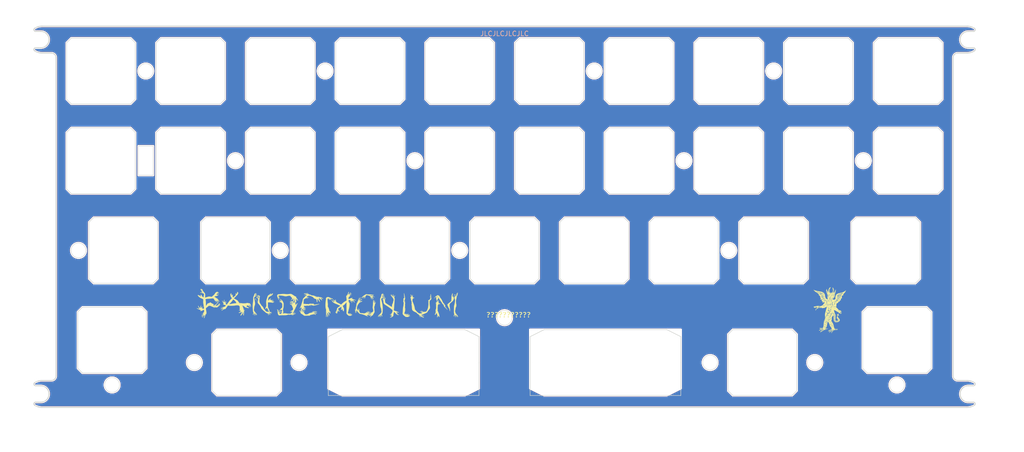
<source format=kicad_pcb>
(kicad_pcb (version 20221018) (generator pcbnew)
  (layers (0 "F.Cu" signal) (31 "B.Cu" signal) (34 "B.Paste" user) (35 "F.Paste" user) (36 "B.SilkS" user "B.Silkscreen") (37 "F.SilkS" user "F.Silkscreen") (38 "B.Mask" user) (39 "F.Mask" user) (44 "Edge.Cuts" user))
  (net 0 "")
  (net 1 "GND")
  (footprint "cipulot_parts:ecs_plate_cut_1U" (layer "F.Cu") (at 41.275 33.3375)
    (fp_text reference "REF**")
    (fp_text value "Value " hide)
    (fp_line (start -7.3 -6) (end -7.3 6) (stroke (width 0.12)) (layer "Edge.Cuts"))
    (fp_line (start -7.3 6) (end -6.3 7) (stroke (width 0.12)) (layer "Edge.Cuts"))
    (fp_line (start -6.3 -7) (end -7.3 -6) (stroke (width 0.12)) (layer "Edge.Cuts"))
    (fp_line (start -6.3 7) (end 6.3 7) (stroke (width 0.12)) (layer "Edge.Cuts"))
    (fp_line (start 6.3 -7) (end -6.3 -7) (stroke (width 0.12)) (layer "Edge.Cuts"))
    (fp_line (start 6.3 -7) (end 7.3 -6) (stroke (width 0.12)) (layer "Edge.Cuts"))
    (fp_line (start 6.3 7) (end 7.3 6) (stroke (width 0.12)) (layer "Edge.Cuts"))
    (fp_line (start 7.3 6) (end 7.3 -6) (stroke (width 0.12)) (layer "Edge.Cuts"))
  )
  (footprint "cipulot_parts:ecs_plate_cut_1U" (layer "F.Cu") (at 60.325 52.3875)
    (fp_text reference "REF**")
    (fp_text value "Value " hide)
    (fp_line (start -7.3 -6) (end -7.3 6) (stroke (width 0.12)) (layer "Edge.Cuts"))
    (fp_line (start -7.3 6) (end -6.3 7) (stroke (width 0.12)) (layer "Edge.Cuts"))
    (fp_line (start -6.3 -7) (end -7.3 -6) (stroke (width 0.12)) (layer "Edge.Cuts"))
    (fp_line (start -6.3 7) (end 6.3 7) (stroke (width 0.12)) (layer "Edge.Cuts"))
    (fp_line (start 6.3 -7) (end -6.3 -7) (stroke (width 0.12)) (layer "Edge.Cuts"))
    (fp_line (start 6.3 -7) (end 7.3 -6) (stroke (width 0.12)) (layer "Edge.Cuts"))
    (fp_line (start 6.3 7) (end 7.3 6) (stroke (width 0.12)) (layer "Edge.Cuts"))
    (fp_line (start 7.3 6) (end 7.3 -6) (stroke (width 0.12)) (layer "Edge.Cuts"))
  )
  (footprint "cipulot_parts:ecs_plate_cut_1U" (layer "F.Cu") (at 60.325 33.3375)
    (fp_text reference "REF**")
    (fp_text value "Value " hide)
    (fp_line (start -7.3 -6) (end -7.3 6) (stroke (width 0.12)) (layer "Edge.Cuts"))
    (fp_line (start -7.3 6) (end -6.3 7) (stroke (width 0.12)) (layer "Edge.Cuts"))
    (fp_line (start -6.3 -7) (end -7.3 -6) (stroke (width 0.12)) (layer "Edge.Cuts"))
    (fp_line (start -6.3 7) (end 6.3 7) (stroke (width 0.12)) (layer "Edge.Cuts"))
    (fp_line (start 6.3 -7) (end -6.3 -7) (stroke (width 0.12)) (layer "Edge.Cuts"))
    (fp_line (start 6.3 -7) (end 7.3 -6) (stroke (width 0.12)) (layer "Edge.Cuts"))
    (fp_line (start 6.3 7) (end 7.3 6) (stroke (width 0.12)) (layer "Edge.Cuts"))
    (fp_line (start 7.3 6) (end 7.3 -6) (stroke (width 0.12)) (layer "Edge.Cuts"))
  )
  (footprint "cipulot_parts:ecs_plate_cut_1U" (layer "F.Cu") (at 212.725 33.3375)
    (fp_text reference "REF**")
    (fp_text value "Value " hide)
    (fp_line (start -7.3 -6) (end -7.3 6) (stroke (width 0.12)) (layer "Edge.Cuts"))
    (fp_line (start -7.3 6) (end -6.3 7) (stroke (width 0.12)) (layer "Edge.Cuts"))
    (fp_line (start -6.3 -7) (end -7.3 -6) (stroke (width 0.12)) (layer "Edge.Cuts"))
    (fp_line (start -6.3 7) (end 6.3 7) (stroke (width 0.12)) (layer "Edge.Cuts"))
    (fp_line (start 6.3 -7) (end -6.3 -7) (stroke (width 0.12)) (layer "Edge.Cuts"))
    (fp_line (start 6.3 -7) (end 7.3 -6) (stroke (width 0.12)) (layer "Edge.Cuts"))
    (fp_line (start 6.3 7) (end 7.3 6) (stroke (width 0.12)) (layer "Edge.Cuts"))
    (fp_line (start 7.3 6) (end 7.3 -6) (stroke (width 0.12)) (layer "Edge.Cuts"))
  )
  (footprint "cipulot_parts:ecs_plate_cut_1U" (layer "F.Cu") (at 146.05 71.4375)
    (fp_text reference "REF**")
    (fp_text value "Value " hide)
    (fp_line (start -7.3 -6) (end -7.3 6) (stroke (width 0.12)) (layer "Edge.Cuts"))
    (fp_line (start -7.3 6) (end -6.3 7) (stroke (width 0.12)) (layer "Edge.Cuts"))
    (fp_line (start -6.3 -7) (end -7.3 -6) (stroke (width 0.12)) (layer "Edge.Cuts"))
    (fp_line (start -6.3 7) (end 6.3 7) (stroke (width 0.12)) (layer "Edge.Cuts"))
    (fp_line (start 6.3 -7) (end -6.3 -7) (stroke (width 0.12)) (layer "Edge.Cuts"))
    (fp_line (start 6.3 -7) (end 7.3 -6) (stroke (width 0.12)) (layer "Edge.Cuts"))
    (fp_line (start 6.3 7) (end 7.3 6) (stroke (width 0.12)) (layer "Edge.Cuts"))
    (fp_line (start 7.3 6) (end 7.3 -6) (stroke (width 0.12)) (layer "Edge.Cuts"))
  )
  (footprint "cipulot_parts:ecs_plate_cut_1U" (layer "F.Cu") (at 46.0375 71.4375)
    (fp_text reference "REF**")
    (fp_text value "Value " hide)
    (fp_line (start -7.3 -6) (end -7.3 6) (stroke (width 0.12)) (layer "Edge.Cuts"))
    (fp_line (start -7.3 6) (end -6.3 7) (stroke (width 0.12)) (layer "Edge.Cuts"))
    (fp_line (start -6.3 -7) (end -7.3 -6) (stroke (width 0.12)) (layer "Edge.Cuts"))
    (fp_line (start -6.3 7) (end 6.3 7) (stroke (width 0.12)) (layer "Edge.Cuts"))
    (fp_line (start 6.3 -7) (end -6.3 -7) (stroke (width 0.12)) (layer "Edge.Cuts"))
    (fp_line (start 6.3 -7) (end 7.3 -6) (stroke (width 0.12)) (layer "Edge.Cuts"))
    (fp_line (start 6.3 7) (end 7.3 6) (stroke (width 0.12)) (layer "Edge.Cuts"))
    (fp_line (start 7.3 6) (end 7.3 -6) (stroke (width 0.12)) (layer "Edge.Cuts"))
  )
  (footprint "LOGO" (layer "F.Cu") (at 196.05625 84.1375)
    (fp_text reference "G***" hide)
    (fp_text value "LOGO" hide)
  )
  (footprint "cipulot_parts:ecs_plate_cut_1U" (layer "F.Cu") (at 88.9 71.4375)
    (fp_text reference "REF**")
    (fp_text value "Value " hide)
    (fp_line (start -7.3 -6) (end -7.3 6) (stroke (width 0.12)) (layer "Edge.Cuts"))
    (fp_line (start -7.3 6) (end -6.3 7) (stroke (width 0.12)) (layer "Edge.Cuts"))
    (fp_line (start -6.3 -7) (end -7.3 -6) (stroke (width 0.12)) (layer "Edge.Cuts"))
    (fp_line (start -6.3 7) (end 6.3 7) (stroke (width 0.12)) (layer "Edge.Cuts"))
    (fp_line (start 6.3 -7) (end -6.3 -7) (stroke (width 0.12)) (layer "Edge.Cuts"))
    (fp_line (start 6.3 -7) (end 7.3 -6) (stroke (width 0.12)) (layer "Edge.Cuts"))
    (fp_line (start 6.3 7) (end 7.3 6) (stroke (width 0.12)) (layer "Edge.Cuts"))
    (fp_line (start 7.3 6) (end 7.3 -6) (stroke (width 0.12)) (layer "Edge.Cuts"))
  )
  (footprint "cipulot_parts:ecs_plate_cut_1U" (layer "F.Cu") (at 117.475 33.3375)
    (fp_text reference "REF**")
    (fp_text value "Value " hide)
    (fp_line (start -7.3 -6) (end -7.3 6) (stroke (width 0.12)) (layer "Edge.Cuts"))
    (fp_line (start -7.3 6) (end -6.3 7) (stroke (width 0.12)) (layer "Edge.Cuts"))
    (fp_line (start -6.3 -7) (end -7.3 -6) (stroke (width 0.12)) (layer "Edge.Cuts"))
    (fp_line (start -6.3 7) (end 6.3 7) (stroke (width 0.12)) (layer "Edge.Cuts"))
    (fp_line (start 6.3 -7) (end -6.3 -7) (stroke (width 0.12)) (layer "Edge.Cuts"))
    (fp_line (start 6.3 -7) (end 7.3 -6) (stroke (width 0.12)) (layer "Edge.Cuts"))
    (fp_line (start 6.3 7) (end 7.3 6) (stroke (width 0.12)) (layer "Edge.Cuts"))
    (fp_line (start 7.3 6) (end 7.3 -6) (stroke (width 0.12)) (layer "Edge.Cuts"))
  )
  (footprint "cipulot_parts:ecs_plate_cut_1U" (layer "F.Cu") (at 79.375 52.3875)
    (fp_text reference "REF**")
    (fp_text value "Value " hide)
    (fp_line (start -7.3 -6) (end -7.3 6) (stroke (width 0.12)) (layer "Edge.Cuts"))
    (fp_line (start -7.3 6) (end -6.3 7) (stroke (width 0.12)) (layer "Edge.Cuts"))
    (fp_line (start -6.3 -7) (end -7.3 -6) (stroke (width 0.12)) (layer "Edge.Cuts"))
    (fp_line (start -6.3 7) (end 6.3 7) (stroke (width 0.12)) (layer "Edge.Cuts"))
    (fp_line (start 6.3 -7) (end -6.3 -7) (stroke (width 0.12)) (layer "Edge.Cuts"))
    (fp_line (start 6.3 -7) (end 7.3 -6) (stroke (width 0.12)) (layer "Edge.Cuts"))
    (fp_line (start 6.3 7) (end 7.3 6) (stroke (width 0.12)) (layer "Edge.Cuts"))
    (fp_line (start 7.3 6) (end 7.3 -6) (stroke (width 0.12)) (layer "Edge.Cuts"))
  )
  (footprint "cipulot_parts:ecs_plate_cut_1U" (layer "F.Cu") (at 193.675 52.3875)
    (fp_text reference "REF**")
    (fp_text value "Value " hide)
    (fp_line (start -7.3 -6) (end -7.3 6) (stroke (width 0.12)) (layer "Edge.Cuts"))
    (fp_line (start -7.3 6) (end -6.3 7) (stroke (width 0.12)) (layer "Edge.Cuts"))
    (fp_line (start -6.3 -7) (end -7.3 -6) (stroke (width 0.12)) (layer "Edge.Cuts"))
    (fp_line (start -6.3 7) (end 6.3 7) (stroke (width 0.12)) (layer "Edge.Cuts"))
    (fp_line (start 6.3 -7) (end -6.3 -7) (stroke (width 0.12)) (layer "Edge.Cuts"))
    (fp_line (start 6.3 -7) (end 7.3 -6) (stroke (width 0.12)) (layer "Edge.Cuts"))
    (fp_line (start 6.3 7) (end 7.3 6) (stroke (width 0.12)) (layer "Edge.Cuts"))
    (fp_line (start 7.3 6) (end 7.3 -6) (stroke (width 0.12)) (layer "Edge.Cuts"))
  )
  (footprint "cipulot_parts:ecs_plate_cut_1U" (layer "F.Cu") (at 98.425 52.3875)
    (fp_text reference "REF**")
    (fp_text value "Value " hide)
    (fp_line (start -7.3 -6) (end -7.3 6) (stroke (width 0.12)) (layer "Edge.Cuts"))
    (fp_line (start -7.3 6) (end -6.3 7) (stroke (width 0.12)) (layer "Edge.Cuts"))
    (fp_line (start -6.3 -7) (end -7.3 -6) (stroke (width 0.12)) (layer "Edge.Cuts"))
    (fp_line (start -6.3 7) (end 6.3 7) (stroke (width 0.12)) (layer "Edge.Cuts"))
    (fp_line (start 6.3 -7) (end -6.3 -7) (stroke (width 0.12)) (layer "Edge.Cuts"))
    (fp_line (start 6.3 -7) (end 7.3 -6) (stroke (width 0.12)) (layer "Edge.Cuts"))
    (fp_line (start 6.3 7) (end 7.3 6) (stroke (width 0.12)) (layer "Edge.Cuts"))
    (fp_line (start 7.3 6) (end 7.3 -6) (stroke (width 0.12)) (layer "Edge.Cuts"))
  )
  (footprint "cipulot_parts:ecs_plate_cut_2U" (layer "F.Cu") (at 148.43125 95.25 180)
    (fp_text reference "REF**")
    (fp_text value "Value " hide)
    (fp_line (start -16 -7) (end 16 -7) (stroke (width 0.12)) (layer "Edge.Cuts"))
    (fp_line (start -16 0) (end -16 -7) (stroke (width 0.12)) (layer "Edge.Cuts"))
    (fp_line (start -16 0) (end -16 5.5) (stroke (width 0.12)) (layer "Edge.Cuts"))
    (fp_line (start -16 5.5) (end -13 7) (stroke (width 0.12)) (layer "Edge.Cuts"))
    (fp_line (start 13 7) (end -13 7) (stroke (width 0.12)) (layer "Edge.Cuts"))
    (fp_line (start 16 -7) (end 16 0) (stroke (width 0.12)) (layer "Edge.Cuts"))
    (fp_line (start 16 0) (end 16 5.5) (stroke (width 0.12)) (layer "Edge.Cuts"))
    (fp_line (start 16 5.5) (end 13 7) (stroke (width 0.12)) (layer "Edge.Cuts"))
  )
  (footprint "cipulot_parts:ecs_plate_cut_1U" (layer "F.Cu") (at 107.95 71.4375)
    (fp_text reference "REF**")
    (fp_text value "Value " hide)
    (fp_line (start -7.3 -6) (end -7.3 6) (stroke (width 0.12)) (layer "Edge.Cuts"))
    (fp_line (start -7.3 6) (end -6.3 7) (stroke (width 0.12)) (layer "Edge.Cuts"))
    (fp_line (start -6.3 -7) (end -7.3 -6) (stroke (width 0.12)) (layer "Edge.Cuts"))
    (fp_line (start -6.3 7) (end 6.3 7) (stroke (width 0.12)) (layer "Edge.Cuts"))
    (fp_line (start 6.3 -7) (end -6.3 -7) (stroke (width 0.12)) (layer "Edge.Cuts"))
    (fp_line (start 6.3 -7) (end 7.3 -6) (stroke (width 0.12)) (layer "Edge.Cuts"))
    (fp_line (start 6.3 7) (end 7.3 6) (stroke (width 0.12)) (layer "Edge.Cuts"))
    (fp_line (start 7.3 6) (end 7.3 -6) (stroke (width 0.12)) (layer "Edge.Cuts"))
  )
  (footprint "LOGO" (layer "F.Cu") (at 88.9 82.55)
    (fp_text reference "G***" hide)
    (fp_text value "LOGO" hide)
  )
  (footprint "cipulot_parts:ecs_plate_cut_1U" (layer "F.Cu") (at 72.23125 95.25)
    (fp_text reference "REF**")
    (fp_text value "Value " hide)
    (fp_line (start -7.3 -6) (end -7.3 6) (stroke (width 0.12)) (layer "Edge.Cuts"))
    (fp_line (start -7.3 6) (end -6.3 7) (stroke (width 0.12)) (layer "Edge.Cuts"))
    (fp_line (start -6.3 -7) (end -7.3 -6) (stroke (width 0.12)) (layer "Edge.Cuts"))
    (fp_line (start -6.3 7) (end 6.3 7) (stroke (width 0.12)) (layer "Edge.Cuts"))
    (fp_line (start 6.3 -7) (end -6.3 -7) (stroke (width 0.12)) (layer "Edge.Cuts"))
    (fp_line (start 6.3 -7) (end 7.3 -6) (stroke (width 0.12)) (layer "Edge.Cuts"))
    (fp_line (start 6.3 7) (end 7.3 6) (stroke (width 0.12)) (layer "Edge.Cuts"))
    (fp_line (start 7.3 6) (end 7.3 -6) (stroke (width 0.12)) (layer "Edge.Cuts"))
  )
  (footprint "cipulot_parts:ecs_plate_cut_1U" (layer "F.Cu") (at 210.34375 90.4875)
    (fp_text reference "REF**")
    (fp_text value "Value " hide)
    (fp_line (start -7.3 -6) (end -7.3 6) (stroke (width 0.12)) (layer "Edge.Cuts"))
    (fp_line (start -7.3 6) (end -6.3 7) (stroke (width 0.12)) (layer "Edge.Cuts"))
    (fp_line (start -6.3 -7) (end -7.3 -6) (stroke (width 0.12)) (layer "Edge.Cuts"))
    (fp_line (start -6.3 7) (end 6.3 7) (stroke (width 0.12)) (layer "Edge.Cuts"))
    (fp_line (start 6.3 -7) (end -6.3 -7) (stroke (width 0.12)) (layer "Edge.Cuts"))
    (fp_line (start 6.3 -7) (end 7.3 -6) (stroke (width 0.12)) (layer "Edge.Cuts"))
    (fp_line (start 6.3 7) (end 7.3 6) (stroke (width 0.12)) (layer "Edge.Cuts"))
    (fp_line (start 7.3 6) (end 7.3 -6) (stroke (width 0.12)) (layer "Edge.Cuts"))
  )
  (footprint "cipulot_parts:ecs_plate_cut_1U" (layer "F.Cu") (at 174.625 33.3375)
    (fp_text reference "REF**")
    (fp_text value "Value " hide)
    (fp_line (start -7.3 -6) (end -7.3 6) (stroke (width 0.12)) (layer "Edge.Cuts"))
    (fp_line (start -7.3 6) (end -6.3 7) (stroke (width 0.12)) (layer "Edge.Cuts"))
    (fp_line (start -6.3 -7) (end -7.3 -6) (stroke (width 0.12)) (layer "Edge.Cuts"))
    (fp_line (start -6.3 7) (end 6.3 7) (stroke (width 0.12)) (layer "Edge.Cuts"))
    (fp_line (start 6.3 -7) (end -6.3 -7) (stroke (width 0.12)) (layer "Edge.Cuts"))
    (fp_line (start 6.3 -7) (end 7.3 -6) (stroke (width 0.12)) (layer "Edge.Cuts"))
    (fp_line (start 6.3 7) (end 7.3 6) (stroke (width 0.12)) (layer "Edge.Cuts"))
    (fp_line (start 7.3 6) (end 7.3 -6) (stroke (width 0.12)) (layer "Edge.Cuts"))
  )
  (footprint "cipulot_parts:ecs_plate_cut_1U" (layer "F.Cu") (at 207.9625 71.4375)
    (fp_text reference "REF**")
    (fp_text value "Value " hide)
    (fp_line (start -7.3 -6) (end -7.3 6) (stroke (width 0.12)) (layer "Edge.Cuts"))
    (fp_line (start -7.3 6) (end -6.3 7) (stroke (width 0.12)) (layer "Edge.Cuts"))
    (fp_line (start -6.3 -7) (end -7.3 -6) (stroke (width 0.12)) (layer "Edge.Cuts"))
    (fp_line (start -6.3 7) (end 6.3 7) (stroke (width 0.12)) (layer "Edge.Cuts"))
    (fp_line (start 6.3 -7) (end -6.3 -7) (stroke (width 0.12)) (layer "Edge.Cuts"))
    (fp_line (start 6.3 -7) (end 7.3 -6) (stroke (width 0.12)) (layer "Edge.Cuts"))
    (fp_line (start 6.3 7) (end 7.3 6) (stroke (width 0.12)) (layer "Edge.Cuts"))
    (fp_line (start 7.3 6) (end 7.3 -6) (stroke (width 0.12)) (layer "Edge.Cuts"))
  )
  (footprint "cipulot_parts:ecs_plate_cut_1U" (layer "F.Cu") (at 69.85 71.4375)
    (fp_text reference "REF**")
    (fp_text value "Value " hide)
    (fp_line (start -7.3 -6) (end -7.3 6) (stroke (width 0.12)) (layer "Edge.Cuts"))
    (fp_line (start -7.3 6) (end -6.3 7) (stroke (width 0.12)) (layer "Edge.Cuts"))
    (fp_line (start -6.3 -7) (end -7.3 -6) (stroke (width 0.12)) (layer "Edge.Cuts"))
    (fp_line (start -6.3 7) (end 6.3 7) (stroke (width 0.12)) (layer "Edge.Cuts"))
    (fp_line (start 6.3 -7) (end -6.3 -7) (stroke (width 0.12)) (layer "Edge.Cuts"))
    (fp_line (start 6.3 -7) (end 7.3 -6) (stroke (width 0.12)) (layer "Edge.Cuts"))
    (fp_line (start 6.3 7) (end 7.3 6) (stroke (width 0.12)) (layer "Edge.Cuts"))
    (fp_line (start 7.3 6) (end 7.3 -6) (stroke (width 0.12)) (layer "Edge.Cuts"))
  )
  (footprint "cipulot_parts:ecs_plate_cut_1U" (layer "F.Cu") (at 43.65625 90.4875)
    (fp_text reference "REF**")
    (fp_text value "Value " hide)
    (fp_line (start -7.3 -6) (end -7.3 6) (stroke (width 0.12)) (layer "Edge.Cuts"))
    (fp_line (start -7.3 6) (end -6.3 7) (stroke (width 0.12)) (layer "Edge.Cuts"))
    (fp_line (start -6.3 -7) (end -7.3 -6) (stroke (width 0.12)) (layer "Edge.Cuts"))
    (fp_line (start -6.3 7) (end 6.3 7) (stroke (width 0.12)) (layer "Edge.Cuts"))
    (fp_line (start 6.3 -7) (end -6.3 -7) (stroke (width 0.12)) (layer "Edge.Cuts"))
    (fp_line (start 6.3 -7) (end 7.3 -6) (stroke (width 0.12)) (layer "Edge.Cuts"))
    (fp_line (start 6.3 7) (end 7.3 6) (stroke (width 0.12)) (layer "Edge.Cuts"))
    (fp_line (start 7.3 6) (end 7.3 -6) (stroke (width 0.12)) (layer "Edge.Cuts"))
  )
  (footprint "cipulot_parts:ecs_plate_cut_1U" (layer "F.Cu") (at 155.575 52.3875)
    (fp_text reference "REF**")
    (fp_text value "Value " hide)
    (fp_line (start -7.3 -6) (end -7.3 6) (stroke (width 0.12)) (layer "Edge.Cuts"))
    (fp_line (start -7.3 6) (end -6.3 7) (stroke (width 0.12)) (layer "Edge.Cuts"))
    (fp_line (start -6.3 -7) (end -7.3 -6) (stroke (width 0.12)) (layer "Edge.Cuts"))
    (fp_line (start -6.3 7) (end 6.3 7) (stroke (width 0.12)) (layer "Edge.Cuts"))
    (fp_line (start 6.3 -7) (end -6.3 -7) (stroke (width 0.12)) (layer "Edge.Cuts"))
    (fp_line (start 6.3 -7) (end 7.3 -6) (stroke (width 0.12)) (layer "Edge.Cuts"))
    (fp_line (start 6.3 7) (end 7.3 6) (stroke (width 0.12)) (layer "Edge.Cuts"))
    (fp_line (start 7.3 6) (end 7.3 -6) (stroke (width 0.12)) (layer "Edge.Cuts"))
  )
  (footprint "cipulot_parts:ecs_plate_cut_1U" (layer "F.Cu") (at 136.525 52.3875)
    (fp_text reference "REF**")
    (fp_text value "Value " hide)
    (fp_line (start -7.3 -6) (end -7.3 6) (stroke (width 0.12)) (layer "Edge.Cuts"))
    (fp_line (start -7.3 6) (end -6.3 7) (stroke (width 0.12)) (layer "Edge.Cuts"))
    (fp_line (start -6.3 -7) (end -7.3 -6) (stroke (width 0.12)) (layer "Edge.Cuts"))
    (fp_line (start -6.3 7) (end 6.3 7) (stroke (width 0.12)) (layer "Edge.Cuts"))
    (fp_line (start 6.3 -7) (end -6.3 -7) (stroke (width 0.12)) (layer "Edge.Cuts"))
    (fp_line (start 6.3 -7) (end 7.3 -6) (stroke (width 0.12)) (layer "Edge.Cuts"))
    (fp_line (start 6.3 7) (end 7.3 6) (stroke (width 0.12)) (layer "Edge.Cuts"))
    (fp_line (start 7.3 6) (end 7.3 -6) (stroke (width 0.12)) (layer "Edge.Cuts"))
  )
  (footprint "cipulot_parts:ecs_plate_cut_1U" (layer "F.Cu") (at 184.15 71.4375)
    (fp_text reference "REF**")
    (fp_text value "Value " hide)
    (fp_line (start -7.3 -6) (end -7.3 6) (stroke (width 0.12)) (layer "Edge.Cuts"))
    (fp_line (start -7.3 6) (end -6.3 7) (stroke (width 0.12)) (layer "Edge.Cuts"))
    (fp_line (start -6.3 -7) (end -7.3 -6) (stroke (width 0.12)) (layer "Edge.Cuts"))
    (fp_line (start -6.3 7) (end 6.3 7) (stroke (width 0.12)) (layer "Edge.Cuts"))
    (fp_line (start 6.3 -7) (end -6.3 -7) (stroke (width 0.12)) (layer "Edge.Cuts"))
    (fp_line (start 6.3 -7) (end 7.3 -6) (stroke (width 0.12)) (layer "Edge.Cuts"))
    (fp_line (start 6.3 7) (end 7.3 6) (stroke (width 0.12)) (layer "Edge.Cuts"))
    (fp_line (start 7.3 6) (end 7.3 -6) (stroke (width 0.12)) (layer "Edge.Cuts"))
  )
  (footprint "cipulot_parts:ecs_plate_cut_1U" (layer "F.Cu") (at 181.76875 95.25)
    (fp_text reference "REF**")
    (fp_text value "Value " hide)
    (fp_line (start -7.3 -6) (end -7.3 6) (stroke (width 0.12)) (layer "Edge.Cuts"))
    (fp_line (start -7.3 6) (end -6.3 7) (stroke (width 0.12)) (layer "Edge.Cuts"))
    (fp_line (start -6.3 -7) (end -7.3 -6) (stroke (width 0.12)) (layer "Edge.Cuts"))
    (fp_line (start -6.3 7) (end 6.3 7) (stroke (width 0.12)) (layer "Edge.Cuts"))
    (fp_line (start 6.3 -7) (end -6.3 -7) (stroke (width 0.12)) (layer "Edge.Cuts"))
    (fp_line (start 6.3 -7) (end 7.3 -6) (stroke (width 0.12)) (layer "Edge.Cuts"))
    (fp_line (start 6.3 7) (end 7.3 6) (stroke (width 0.12)) (layer "Edge.Cuts"))
    (fp_line (start 7.3 6) (end 7.3 -6) (stroke (width 0.12)) (layer "Edge.Cuts"))
  )
  (footprint "cipulot_parts:ecs_plate_cut_1U" (layer "F.Cu") (at 136.525 33.3375)
    (fp_text reference "REF**")
    (fp_text value "Value " hide)
    (fp_line (start -7.3 -6) (end -7.3 6) (stroke (width 0.12)) (layer "Edge.Cuts"))
    (fp_line (start -7.3 6) (end -6.3 7) (stroke (width 0.12)) (layer "Edge.Cuts"))
    (fp_line (start -6.3 -7) (end -7.3 -6) (stroke (width 0.12)) (layer "Edge.Cuts"))
    (fp_line (start -6.3 7) (end 6.3 7) (stroke (width 0.12)) (layer "Edge.Cuts"))
    (fp_line (start 6.3 -7) (end -6.3 -7) (stroke (width 0.12)) (layer "Edge.Cuts"))
    (fp_line (start 6.3 -7) (end 7.3 -6) (stroke (width 0.12)) (layer "Edge.Cuts"))
    (fp_line (start 6.3 7) (end 7.3 6) (stroke (width 0.12)) (layer "Edge.Cuts"))
    (fp_line (start 7.3 6) (end 7.3 -6) (stroke (width 0.12)) (layer "Edge.Cuts"))
  )
  (footprint "cipulot_parts:ecs_plate_cut_2U" (layer "F.Cu") (at 105.56875 95.25 180)
    (fp_text reference "REF**")
    (fp_text value "Value " hide)
    (fp_line (start -16 -7) (end 16 -7) (stroke (width 0.12)) (layer "Edge.Cuts"))
    (fp_line (start -16 0) (end -16 -7) (stroke (width 0.12)) (layer "Edge.Cuts"))
    (fp_line (start -16 0) (end -16 5.5) (stroke (width 0.12)) (layer "Edge.Cuts"))
    (fp_line (start -16 5.5) (end -13 7) (stroke (width 0.12)) (layer "Edge.Cuts"))
    (fp_line (start 13 7) (end -13 7) (stroke (width 0.12)) (layer "Edge.Cuts"))
    (fp_line (start 16 -7) (end 16 0) (stroke (width 0.12)) (layer "Edge.Cuts"))
    (fp_line (start 16 0) (end 16 5.5) (stroke (width 0.12)) (layer "Edge.Cuts"))
    (fp_line (start 16 5.5) (end 13 7) (stroke (width 0.12)) (layer "Edge.Cuts"))
  )
  (footprint "cipulot_parts:ecs_plate_cut_1U" (layer "F.Cu") (at 165.1 71.4375)
    (fp_text reference "REF**")
    (fp_text value "Value " hide)
    (fp_line (start -7.3 -6) (end -7.3 6) (stroke (width 0.12)) (layer "Edge.Cuts"))
    (fp_line (start -7.3 6) (end -6.3 7) (stroke (width 0.12)) (layer "Edge.Cuts"))
    (fp_line (start -6.3 -7) (end -7.3 -6) (stroke (width 0.12)) (layer "Edge.Cuts"))
    (fp_line (start -6.3 7) (end 6.3 7) (stroke (width 0.12)) (layer "Edge.Cuts"))
    (fp_line (start 6.3 -7) (end -6.3 -7) (stroke (width 0.12)) (layer "Edge.Cuts"))
    (fp_line (start 6.3 -7) (end 7.3 -6) (stroke (width 0.12)) (layer "Edge.Cuts"))
    (fp_line (start 6.3 7) (end 7.3 6) (stroke (width 0.12)) (layer "Edge.Cuts"))
    (fp_line (start 7.3 6) (end 7.3 -6) (stroke (width 0.12)) (layer "Edge.Cuts"))
  )
  (footprint "cipulot_parts:ecs_plate_cut_1U" (layer "F.Cu") (at 117.475 52.3875)
    (fp_text reference "REF**")
    (fp_text value "Value " hide)
    (fp_line (start -7.3 -6) (end -7.3 6) (stroke (width 0.12)) (layer "Edge.Cuts"))
    (fp_line (start -7.3 6) (end -6.3 7) (stroke (width 0.12)) (layer "Edge.Cuts"))
    (fp_line (start -6.3 -7) (end -7.3 -6) (stroke (width 0.12)) (layer "Edge.Cuts"))
    (fp_line (start -6.3 7) (end 6.3 7) (stroke (width 0.12)) (layer "Edge.Cuts"))
    (fp_line (start 6.3 -7) (end -6.3 -7) (stroke (width 0.12)) (layer "Edge.Cuts"))
    (fp_line (start 6.3 -7) (end 7.3 -6) (stroke (width 0.12)) (layer "Edge.Cuts"))
    (fp_line (start 6.3 7) (end 7.3 6) (stroke (width 0.12)) (layer "Edge.Cuts"))
    (fp_line (start 7.3 6) (end 7.3 -6) (stroke (width 0.12)) (layer "Edge.Cuts"))
  )
  (footprint "cipulot_parts:ecs_plate_cut_1U" (layer "F.Cu") (at 155.575 33.3375)
    (fp_text reference "REF**")
    (fp_text value "Value " hide)
    (fp_line (start -7.3 -6) (end -7.3 6) (stroke (width 0.12)) (layer "Edge.Cuts"))
    (fp_line (start -7.3 6) (end -6.3 7) (stroke (width 0.12)) (layer "Edge.Cuts"))
    (fp_line (start -6.3 -7) (end -7.3 -6) (stroke (width 0.12)) (layer "Edge.Cuts"))
    (fp_line (start -6.3 7) (end 6.3 7) (stroke (width 0.12)) (layer "Edge.Cuts"))
    (fp_line (start 6.3 -7) (end -6.3 -7) (stroke (width 0.12)) (layer "Edge.Cuts"))
    (fp_line (start 6.3 -7) (end 7.3 -6) (stroke (width 0.12)) (layer "Edge.Cuts"))
    (fp_line (start 6.3 7) (end 7.3 6) (stroke (width 0.12)) (layer "Edge.Cuts"))
    (fp_line (start 7.3 6) (end 7.3 -6) (stroke (width 0.12)) (layer "Edge.Cuts"))
  )
  (footprint "cipulot_parts:ecs_plate_cut_1U" (layer "F.Cu") (at 98.425 33.3375)
    (fp_text reference "REF**")
    (fp_text value "Value " hide)
    (fp_line (start -7.3 -6) (end -7.3 6) (stroke (width 0.12)) (layer "Edge.Cuts"))
    (fp_line (start -7.3 6) (end -6.3 7) (stroke (width 0.12)) (layer "Edge.Cuts"))
    (fp_line (start -6.3 -7) (end -7.3 -6) (stroke (width 0.12)) (layer "Edge.Cuts"))
    (fp_line (start -6.3 7) (end 6.3 7) (stroke (width 0.12)) (layer "Edge.Cuts"))
    (fp_line (start 6.3 -7) (end -6.3 -7) (stroke (width 0.12)) (layer "Edge.Cuts"))
    (fp_line (start 6.3 -7) (end 7.3 -6) (stroke (width 0.12)) (layer "Edge.Cuts"))
    (fp_line (start 6.3 7) (end 7.3 6) (stroke (width 0.12)) (layer "Edge.Cuts"))
    (fp_line (start 7.3 6) (end 7.3 -6) (stroke (width 0.12)) (layer "Edge.Cuts"))
  )
  (footprint "cipulot_parts:ecs_plate_cut_1U" (layer "F.Cu") (at 174.625 52.3875)
    (fp_text reference "REF**")
    (fp_text value "Value " hide)
    (fp_line (start -7.3 -6) (end -7.3 6) (stroke (width 0.12)) (layer "Edge.Cuts"))
    (fp_line (start -7.3 6) (end -6.3 7) (stroke (width 0.12)) (layer "Edge.Cuts"))
    (fp_line (start -6.3 -7) (end -7.3 -6) (stroke (width 0.12)) (layer "Edge.Cuts"))
    (fp_line (start -6.3 7) (end 6.3 7) (stroke (width 0.12)) (layer "Edge.Cuts"))
    (fp_line (start 6.3 -7) (end -6.3 -7) (stroke (width 0.12)) (layer "Edge.Cuts"))
    (fp_line (start 6.3 -7) (end 7.3 -6) (stroke (width 0.12)) (layer "Edge.Cuts"))
    (fp_line (start 6.3 7) (end 7.3 6) (stroke (width 0.12)) (layer "Edge.Cuts"))
    (fp_line (start 7.3 6) (end 7.3 -6) (stroke (width 0.12)) (layer "Edge.Cuts"))
  )
  (footprint "cipulot_parts:ecs_plate_cut_1U" (layer "F.Cu") (at 127 71.4375)
    (fp_text reference "REF**")
    (fp_text value "Value " hide)
    (fp_line (start -7.3 -6) (end -7.3 6) (stroke (width 0.12)) (layer "Edge.Cuts"))
    (fp_line (start -7.3 6) (end -6.3 7) (stroke (width 0.12)) (layer "Edge.Cuts"))
    (fp_line (start -6.3 -7) (end -7.3 -6) (stroke (width 0.12)) (layer "Edge.Cuts"))
    (fp_line (start -6.3 7) (end 6.3 7) (stroke (width 0.12)) (layer "Edge.Cuts"))
    (fp_line (start 6.3 -7) (end -6.3 -7) (stroke (width 0.12)) (layer "Edge.Cuts"))
    (fp_line (start 6.3 -7) (end 7.3 -6) (stroke (width 0.12)) (layer "Edge.Cuts"))
    (fp_line (start 6.3 7) (end 7.3 6) (stroke (width 0.12)) (layer "Edge.Cuts"))
    (fp_line (start 7.3 6) (end 7.3 -6) (stroke (width 0.12)) (layer "Edge.Cuts"))
  )
  (footprint "cipulot_parts:ecs_plate_cut_1U" (layer "F.Cu") (at 41.275 52.3875)
    (fp_text reference "REF**")
    (fp_text value "Value " hide)
    (fp_line (start -7.3 -6) (end -7.3 6) (stroke (width 0.12)) (layer "Edge.Cuts"))
    (fp_line (start -7.3 6) (end -6.3 7) (stroke (width 0.12)) (layer "Edge.Cuts"))
    (fp_line (start -6.3 -7) (end -7.3 -6) (stroke (width 0.12)) (layer "Edge.Cuts"))
    (fp_line (start -6.3 7) (end 6.3 7) (stroke (width 0.12)) (layer "Edge.Cuts"))
    (fp_line (start 6.3 -7) (end -6.3 -7) (stroke (width 0.12)) (layer "Edge.Cuts"))
    (fp_line (start 6.3 -7) (end 7.3 -6) (stroke (width 0.12)) (layer "Edge.Cuts"))
    (fp_line (start 6.3 7) (end 7.3 6) (stroke (width 0.12)) (layer "Edge.Cuts"))
    (fp_line (start 7.3 6) (end 7.3 -6) (stroke (width 0.12)) (layer "Edge.Cuts"))
  )
  (footprint "cipulot_parts:ecs_plate_cut_1U" (layer "F.Cu") (at 79.375 33.3375)
    (fp_text reference "REF**")
    (fp_text value "Value " hide)
    (fp_line (start -7.3 -6) (end -7.3 6) (stroke (width 0.12)) (layer "Edge.Cuts"))
    (fp_line (start -7.3 6) (end -6.3 7) (stroke (width 0.12)) (layer "Edge.Cuts"))
    (fp_line (start -6.3 -7) (end -7.3 -6) (stroke (width 0.12)) (layer "Edge.Cuts"))
    (fp_line (start -6.3 7) (end 6.3 7) (stroke (width 0.12)) (layer "Edge.Cuts"))
    (fp_line (start 6.3 -7) (end -6.3 -7) (stroke (width 0.12)) (layer "Edge.Cuts"))
    (fp_line (start 6.3 -7) (end 7.3 -6) (stroke (width 0.12)) (layer "Edge.Cuts"))
    (fp_line (start 6.3 7) (end 7.3 6) (stroke (width 0.12)) (layer "Edge.Cuts"))
    (fp_line (start 7.3 6) (end 7.3 -6) (stroke (width 0.12)) (layer "Edge.Cuts"))
  )
  (footprint "cipulot_parts:ecs_plate_cut_1U" (layer "F.Cu") (at 193.675 33.3375)
    (fp_text reference "REF**")
    (fp_text value "Value " hide)
    (fp_line (start -7.3 -6) (end -7.3 6) (stroke (width 0.12)) (layer "Edge.Cuts"))
    (fp_line (start -7.3 6) (end -6.3 7) (stroke (width 0.12)) (layer "Edge.Cuts"))
    (fp_line (start -6.3 -7) (end -7.3 -6) (stroke (width 0.12)) (layer "Edge.Cuts"))
    (fp_line (start -6.3 7) (end 6.3 7) (stroke (width 0.12)) (layer "Edge.Cuts"))
    (fp_line (start 6.3 -7) (end -6.3 -7) (stroke (width 0.12)) (layer "Edge.Cuts"))
    (fp_line (start 6.3 -7) (end 7.3 -6) (stroke (width 0.12)) (layer "Edge.Cuts"))
    (fp_line (start 6.3 7) (end 7.3 6) (stroke (width 0.12)) (layer "Edge.Cuts"))
    (fp_line (start 7.3 6) (end 7.3 -6) (stroke (width 0.12)) (layer "Edge.Cuts"))
  )
  (footprint "cipulot_parts:ecs_plate_cut_1U" (layer "F.Cu") (at 212.725 52.3875)
    (fp_text reference "REF**")
    (fp_text value "Value " hide)
    (fp_line (start -7.3 -6) (end -7.3 6) (stroke (width 0.12)) (layer "Edge.Cuts"))
    (fp_line (start -7.3 6) (end -6.3 7) (stroke (width 0.12)) (layer "Edge.Cuts"))
    (fp_line (start -6.3 -7) (end -7.3 -6) (stroke (width 0.12)) (layer "Edge.Cuts"))
    (fp_line (start -6.3 7) (end 6.3 7) (stroke (width 0.12)) (layer "Edge.Cuts"))
    (fp_line (start 6.3 -7) (end -6.3 -7) (stroke (width 0.12)) (layer "Edge.Cuts"))
    (fp_line (start 6.3 -7) (end 7.3 -6) (stroke (width 0.12)) (layer "Edge.Cuts"))
    (fp_line (start 6.3 7) (end 7.3 6) (stroke (width 0.12)) (layer "Edge.Cuts"))
    (fp_line (start 7.3 6) (end 7.3 -6) (stroke (width 0.12)) (layer "Edge.Cuts"))
  )
  (gr_circle (center 61.11875 95.25) (end 61.11875 93.6625) (stroke (width 0.1)) (fill none) (layer "Edge.Cuts"))
  (gr_circle (center 210.34375 100.0125) (end 210.34375 98.425) (stroke (width 0.1)) (fill none) (layer "Edge.Cuts"))
  (gr_line (start 28.500555 103.675) (end 27.393534 103.675) (stroke (width 0.2)) (layer "Edge.Cuts"))
  (gr_arc (start 226.796369 24.2685) (mid 226.942189 24.661492) (end 226.606464 24.9125) (stroke (width 0.2)) (layer "Edge.Cuts"))
  (gr_circle (center 192.88125 95.25) (end 192.88125 93.6625) (stroke (width 0.1)) (fill none) (layer "Edge.Cuts"))
  (gr_arc (start 27.203628 99.531) (mid 27.943898 99.191376) (end 28.75 99.075) (stroke (width 0.2)) (layer "Edge.Cuts"))
  (gr_circle (center 43.65625 100.0125) (end 43.65625 98.425) (stroke (width 0.1)) (fill none) (layer "Edge.Cuts"))
  (gr_circle (center 165.1 52.3875) (end 165.1 50.8) (stroke (width 0.1)) (fill none) (layer "Edge.Cuts"))
  (gr_arc (start 27.393534 24.9125) (mid 27.057795 24.661504) (end 27.203629 24.2685) (stroke (width 0.2)) (layer "Edge.Cuts"))
  (gr_line (start 30.75 99.075) (end 28.75 99.075) (stroke (width 0.2)) (layer "Edge.Cuts"))
  (gr_arc (start 225.25 99.075) (mid 226.056102 99.191376) (end 226.796371 99.531) (stroke (width 0.2)) (layer "Edge.Cuts"))
  (gr_arc (start 27.203628 104.319) (mid 27.057812 103.926001) (end 27.393534 103.675) (stroke (width 0.2)) (layer "Edge.Cuts"))
  (gr_circle (center 36.5125 71.4375) (end 36.5125 69.85) (stroke (width 0.1)) (fill none) (layer "Edge.Cuts"))
  (gr_circle (center 107.95 52.3875) (end 107.95 50.8) (stroke (width 0.1)) (fill none) (layer "Edge.Cuts"))
  (gr_circle (center 83.34375 95.25) (end 83.34375 93.6625) (stroke (width 0.1)) (fill none) (layer "Edge.Cuts"))
  (gr_arc (start 31.75 98.075) (mid 31.457107 98.782107) (end 30.75 99.075) (stroke (width 0.2)) (layer "Edge.Cuts"))
  (gr_arc (start 226.606464 28.4125) (mid 226.942207 28.663502) (end 226.796369 29.0565) (stroke (width 0.2)) (layer "Edge.Cuts"))
  (gr_line (start 226.606466 103.675) (end 225.499444 103.675) (stroke (width 0.2)) (layer "Edge.Cuts"))
  (gr_circle (center 88.9 33.3375) (end 88.9 31.75) (stroke (width 0.1)) (fill none) (layer "Edge.Cuts"))
  (gr_circle (center 50.8 33.3375) (end 50.8 31.75) (stroke (width 0.1)) (fill none) (layer "Edge.Cuts"))
  (gr_arc (start 223.25 99.075) (mid 222.542893 98.782107) (end 222.25 98.075) (stroke (width 0.2)) (layer "Edge.Cuts"))
  (gr_arc (start 28.500556 24.9125) (mid 30.25056 26.6625) (end 28.500556 28.4125) (stroke (width 0.2)) (layer "Edge.Cuts"))
  (gr_arc (start 226.606466 103.675) (mid 226.942207 103.926003) (end 226.796371 104.319) (stroke (width 0.2)) (layer "Edge.Cuts"))
  (gr_circle (center 203.2 52.3875) (end 203.2 50.8) (stroke (width 0.1)) (fill none) (layer "Edge.Cuts"))
  (gr_arc (start 226.796369 29.0565) (mid 226.0561 29.396123) (end 225.249998 29.5125) (stroke (width 0.2)) (layer "Edge.Cuts"))
  (gr_arc (start 226.796371 104.319) (mid 226.056102 104.658624) (end 225.25 104.775) (stroke (width 0.2)) (layer "Edge.Cuts"))
  (gr_arc (start 225.499442 28.4125) (mid 223.7494 26.6625) (end 225.499442 24.9125) (stroke (width 0.2)) (layer "Edge.Cuts"))
  (gr_line (start 27.393534 24.9125) (end 28.500556 24.9125) (stroke (width 0.2)) (layer "Edge.Cuts"))
  (gr_line (start 225.25 99.075) (end 223.25 99.075) (stroke (width 0.2)) (layer "Edge.Cuts"))
  (gr_arc (start 27.203629 24.2685) (mid 27.943898 23.928876) (end 28.75 23.8125) (stroke (width 0.2)) (layer "Edge.Cuts"))
  (gr_arc (start 27.203629 29.0565) (mid 27.057812 28.663501) (end 27.393534 28.4125) (stroke (width 0.2)) (layer "Edge.Cuts"))
  (gr_line (start 225.25 23.8125) (end 28.75 23.8125) (stroke (width 0.2)) (layer "Edge.Cuts"))
  (gr_line (start 28.75 29.5125) (end 30.75 29.5125) (stroke (width 0.2)) (layer "Edge.Cuts"))
  (gr_arc (start 222.25 30.5125) (mid 222.542893 29.805393) (end 223.25 29.5125) (stroke (width 0.2)) (layer "Edge.Cuts"))
  (gr_line (start 225.499444 100.175) (end 226.606466 100.175) (stroke (width 0.2)) (layer "Edge.Cuts"))
  (gr_rect (start 49.241432 49.276087) (end 52.377856 55.4739) (stroke (width 0.1)) (fill none) (layer "Edge.Cuts"))
  (gr_arc (start 28.500555 100.175) (mid 30.25056 101.925) (end 28.500555 103.675) (stroke (width 0.2)) (layer "Edge.Cuts"))
  (gr_arc (start 225.25 23.8125) (mid 226.056101 23.928876) (end 226.796369 24.2685) (stroke (width 0.2)) (layer "Edge.Cuts"))
  (gr_circle (center 184.15 33.3375) (end 184.15 31.75) (stroke (width 0.1)) (fill none) (layer "Edge.Cuts"))
  (gr_circle (center 117.475 71.4375) (end 117.475 69.85) (stroke (width 0.1)) (fill none) (layer "Edge.Cuts"))
  (gr_line (start 226.606464 28.4125) (end 225.499442 28.4125) (stroke (width 0.2)) (layer "Edge.Cuts"))
  (gr_arc (start 225.499444 103.675) (mid 223.7494 101.925) (end 225.499444 100.175) (stroke (width 0.2)) (layer "Edge.Cuts"))
  (gr_circle (center 79.375 71.4375) (end 79.375 69.85) (stroke (width 0.1)) (fill none) (layer "Edge.Cuts"))
  (gr_arc (start 226.796371 99.531) (mid 226.94219 99.923992) (end 226.606466 100.175) (stroke (width 0.2)) (layer "Edge.Cuts"))
  (gr_line (start 28.500556 28.4125) (end 27.393534 28.4125) (stroke (width 0.2)) (layer "Edge.Cuts"))
  (gr_line (start 225.499442 24.9125) (end 226.606464 24.9125) (stroke (width 0.2)) (layer "Edge.Cuts"))
  (gr_circle (center 170.65625 95.25) (end 170.65625 93.6625) (stroke (width 0.1)) (fill none) (layer "Edge.Cuts"))
  (gr_line (start 27.393534 100.175) (end 28.500555 100.175) (stroke (width 0.2)) (layer "Edge.Cuts"))
  (gr_arc (start 28.75 29.5125) (mid 27.943898 29.396124) (end 27.203629 29.0565) (stroke (width 0.2)) (layer "Edge.Cuts"))
  (gr_arc (start 30.75 29.5125) (mid 31.457107 29.805393) (end 31.75 30.5125) (stroke (width 0.2)) (layer "Edge.Cuts"))
  (gr_line (start 222.25 98.075) (end 222.25 30.5125) (stroke (width 0.2)) (layer "Edge.Cuts"))
  (gr_circle (center 127 85.725) (end 127 84.1375) (stroke (width 0.1)) (fill none) (layer "Edge.Cuts"))
  (gr_circle (center 69.85 52.3875) (end 69.85 50.8) (stroke (width 0.1)) (fill none) (layer "Edge.Cuts"))
  (gr_circle (center 174.625 71.4375) (end 174.625 69.85) (stroke (width 0.1)) (fill none) (layer "Edge.Cuts"))
  (gr_circle (center 146.05 33.3375) (end 146.05 31.75) (stroke (width 0.1)) (fill none) (layer "Edge.Cuts"))
  (gr_line (start 28.75 104.775) (end 225.25 104.775) (stroke (width 0.2)) (layer "Edge.Cuts"))
  (gr_line (start 31.75 30.5125) (end 31.75 98.075) (stroke (width 0.2)) (layer "Edge.Cuts"))
  (gr_arc (start 27.393534 100.175) (mid 27.057794 99.924004) (end 27.203628 99.531) (stroke (width 0.2)) (layer "Edge.Cuts"))
  (gr_arc (start 28.75 104.775) (mid 27.943898 104.658624) (end 27.203628 104.319) (stroke (width 0.2)) (layer "Edge.Cuts"))
  (gr_line (start 223.25 29.5125) (end 225.249998 29.5125) (stroke (width 0.2)) (layer "Edge.Cuts"))
  (gr_text "JLCJLCJLCJLC" (at 127 25.4) (layer "B.SilkS") (effects (font (size 1 1))))
  (gr_text "𝔓𝔞𝔫𝔡𝔢𝔪𝔬𝔫𝔦𝔲𝔪" (at 123.03125 85.725) (layer "F.SilkS") (effects (font (size 1 1)) (justify left bottom)))
  (zone (net 1) (net_name "GND") (layers "F&B.Cu") (connect_pads (clearance 0)) (min_thickness 0.025) (fill yes (thermal_gap 0.5) (thermal_bridge_width 0.5) (island_removal_mode 1) (island_area_min 10))
    (polygon (pts (xy 19.84375 18.25625) (xy 237.33125 18.25625) (xy 237.33125 114.3) (xy 19.84375 114.3)))
  )
)
</source>
